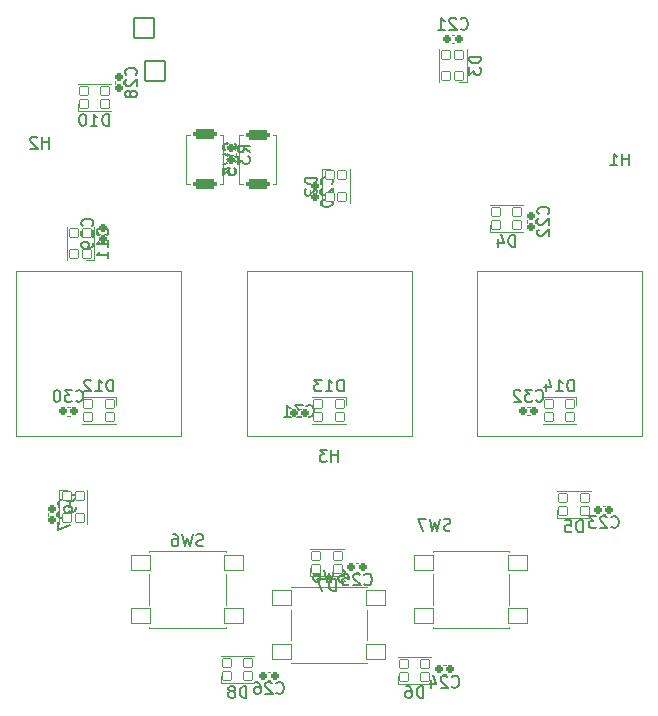
<source format=gbr>
%TF.GenerationSoftware,KiCad,Pcbnew,(7.0.0-0)*%
%TF.CreationDate,2023-03-25T22:40:13-05:00*%
%TF.ProjectId,RP2040_minimal,52503230-3430-45f6-9d69-6e696d616c2e,REV1*%
%TF.SameCoordinates,Original*%
%TF.FileFunction,Legend,Bot*%
%TF.FilePolarity,Positive*%
%FSLAX46Y46*%
G04 Gerber Fmt 4.6, Leading zero omitted, Abs format (unit mm)*
G04 Created by KiCad (PCBNEW (7.0.0-0)) date 2023-03-25 22:40:13*
%MOMM*%
%LPD*%
G01*
G04 APERTURE LIST*
G04 Aperture macros list*
%AMRoundRect*
0 Rectangle with rounded corners*
0 $1 Rounding radius*
0 $2 $3 $4 $5 $6 $7 $8 $9 X,Y pos of 4 corners*
0 Add a 4 corners polygon primitive as box body*
4,1,4,$2,$3,$4,$5,$6,$7,$8,$9,$2,$3,0*
0 Add four circle primitives for the rounded corners*
1,1,$1+$1,$2,$3*
1,1,$1+$1,$4,$5*
1,1,$1+$1,$6,$7*
1,1,$1+$1,$8,$9*
0 Add four rect primitives between the rounded corners*
20,1,$1+$1,$2,$3,$4,$5,0*
20,1,$1+$1,$4,$5,$6,$7,0*
20,1,$1+$1,$6,$7,$8,$9,0*
20,1,$1+$1,$8,$9,$2,$3,0*%
G04 Aperture macros list end*
%ADD10C,0.150000*%
%ADD11C,0.120000*%
%ADD12O,1.102000X1.902000*%
%ADD13O,1.102000X2.302000*%
%ADD14C,1.002000*%
%ADD15RoundRect,0.051000X0.850000X-0.850000X0.850000X0.850000X-0.850000X0.850000X-0.850000X-0.850000X0*%
%ADD16O,1.802000X1.802000*%
%ADD17RoundRect,0.191000X0.170000X-0.140000X0.170000X0.140000X-0.170000X0.140000X-0.170000X-0.140000X0*%
%ADD18RoundRect,0.051000X0.350000X0.350000X-0.350000X0.350000X-0.350000X-0.350000X0.350000X-0.350000X0*%
%ADD19RoundRect,0.191000X0.140000X0.170000X-0.140000X0.170000X-0.140000X-0.170000X0.140000X-0.170000X0*%
%ADD20RoundRect,0.051000X0.775000X0.650000X-0.775000X0.650000X-0.775000X-0.650000X0.775000X-0.650000X0*%
%ADD21RoundRect,0.191000X-0.140000X-0.170000X0.140000X-0.170000X0.140000X0.170000X-0.140000X0.170000X0*%
%ADD22C,3.302000*%
%ADD23RoundRect,0.191000X-0.170000X0.140000X-0.170000X-0.140000X0.170000X-0.140000X0.170000X0.140000X0*%
%ADD24RoundRect,0.051000X0.350000X-0.350000X0.350000X0.350000X-0.350000X0.350000X-0.350000X-0.350000X0*%
%ADD25C,1.802000*%
%ADD26RoundRect,0.051000X-0.350000X-0.350000X0.350000X-0.350000X0.350000X0.350000X-0.350000X0.350000X0*%
%ADD27RoundRect,0.051000X-0.350000X0.350000X-0.350000X-0.350000X0.350000X-0.350000X0.350000X0.350000X0*%
%ADD28RoundRect,0.186000X0.185000X-0.135000X0.185000X0.135000X-0.185000X0.135000X-0.185000X-0.135000X0*%
%ADD29RoundRect,0.251000X-0.800000X0.200000X-0.800000X-0.200000X0.800000X-0.200000X0.800000X0.200000X0*%
%ADD30RoundRect,0.251000X0.800000X-0.200000X0.800000X0.200000X-0.800000X0.200000X-0.800000X-0.200000X0*%
G04 APERTURE END LIST*
D10*
%TO.C,C28*%
X-16377858Y23582858D02*
X-16330239Y23630477D01*
X-16330239Y23630477D02*
X-16282620Y23773334D01*
X-16282620Y23773334D02*
X-16282620Y23868572D01*
X-16282620Y23868572D02*
X-16330239Y24011429D01*
X-16330239Y24011429D02*
X-16425477Y24106667D01*
X-16425477Y24106667D02*
X-16520715Y24154286D01*
X-16520715Y24154286D02*
X-16711191Y24201905D01*
X-16711191Y24201905D02*
X-16854048Y24201905D01*
X-16854048Y24201905D02*
X-17044524Y24154286D01*
X-17044524Y24154286D02*
X-17139762Y24106667D01*
X-17139762Y24106667D02*
X-17235000Y24011429D01*
X-17235000Y24011429D02*
X-17282620Y23868572D01*
X-17282620Y23868572D02*
X-17282620Y23773334D01*
X-17282620Y23773334D02*
X-17235000Y23630477D01*
X-17235000Y23630477D02*
X-17187381Y23582858D01*
X-17187381Y23201905D02*
X-17235000Y23154286D01*
X-17235000Y23154286D02*
X-17282620Y23059048D01*
X-17282620Y23059048D02*
X-17282620Y22820953D01*
X-17282620Y22820953D02*
X-17235000Y22725715D01*
X-17235000Y22725715D02*
X-17187381Y22678096D01*
X-17187381Y22678096D02*
X-17092143Y22630477D01*
X-17092143Y22630477D02*
X-16996905Y22630477D01*
X-16996905Y22630477D02*
X-16854048Y22678096D01*
X-16854048Y22678096D02*
X-16282620Y23249524D01*
X-16282620Y23249524D02*
X-16282620Y22630477D01*
X-16854048Y22059048D02*
X-16901667Y22154286D01*
X-16901667Y22154286D02*
X-16949286Y22201905D01*
X-16949286Y22201905D02*
X-17044524Y22249524D01*
X-17044524Y22249524D02*
X-17092143Y22249524D01*
X-17092143Y22249524D02*
X-17187381Y22201905D01*
X-17187381Y22201905D02*
X-17235000Y22154286D01*
X-17235000Y22154286D02*
X-17282620Y22059048D01*
X-17282620Y22059048D02*
X-17282620Y21868572D01*
X-17282620Y21868572D02*
X-17235000Y21773334D01*
X-17235000Y21773334D02*
X-17187381Y21725715D01*
X-17187381Y21725715D02*
X-17092143Y21678096D01*
X-17092143Y21678096D02*
X-17044524Y21678096D01*
X-17044524Y21678096D02*
X-16949286Y21725715D01*
X-16949286Y21725715D02*
X-16901667Y21773334D01*
X-16901667Y21773334D02*
X-16854048Y21868572D01*
X-16854048Y21868572D02*
X-16854048Y22059048D01*
X-16854048Y22059048D02*
X-16806429Y22154286D01*
X-16806429Y22154286D02*
X-16758810Y22201905D01*
X-16758810Y22201905D02*
X-16663572Y22249524D01*
X-16663572Y22249524D02*
X-16473096Y22249524D01*
X-16473096Y22249524D02*
X-16377858Y22201905D01*
X-16377858Y22201905D02*
X-16330239Y22154286D01*
X-16330239Y22154286D02*
X-16282620Y22059048D01*
X-16282620Y22059048D02*
X-16282620Y21868572D01*
X-16282620Y21868572D02*
X-16330239Y21773334D01*
X-16330239Y21773334D02*
X-16377858Y21725715D01*
X-16377858Y21725715D02*
X-16473096Y21678096D01*
X-16473096Y21678096D02*
X-16663572Y21678096D01*
X-16663572Y21678096D02*
X-16758810Y21725715D01*
X-16758810Y21725715D02*
X-16806429Y21773334D01*
X-16806429Y21773334D02*
X-16854048Y21868572D01*
%TO.C,D14*%
X20714285Y-3217380D02*
X20714285Y-2217380D01*
X20714285Y-2217380D02*
X20476190Y-2217380D01*
X20476190Y-2217380D02*
X20333333Y-2265000D01*
X20333333Y-2265000D02*
X20238095Y-2360238D01*
X20238095Y-2360238D02*
X20190476Y-2455476D01*
X20190476Y-2455476D02*
X20142857Y-2645952D01*
X20142857Y-2645952D02*
X20142857Y-2788809D01*
X20142857Y-2788809D02*
X20190476Y-2979285D01*
X20190476Y-2979285D02*
X20238095Y-3074523D01*
X20238095Y-3074523D02*
X20333333Y-3169761D01*
X20333333Y-3169761D02*
X20476190Y-3217380D01*
X20476190Y-3217380D02*
X20714285Y-3217380D01*
X19190476Y-3217380D02*
X19761904Y-3217380D01*
X19476190Y-3217380D02*
X19476190Y-2217380D01*
X19476190Y-2217380D02*
X19571428Y-2360238D01*
X19571428Y-2360238D02*
X19666666Y-2455476D01*
X19666666Y-2455476D02*
X19761904Y-2503095D01*
X18333333Y-2550714D02*
X18333333Y-3217380D01*
X18571428Y-2169761D02*
X18809523Y-2884047D01*
X18809523Y-2884047D02*
X18190476Y-2884047D01*
%TO.C,C32*%
X17522857Y-3982142D02*
X17570476Y-4029761D01*
X17570476Y-4029761D02*
X17713333Y-4077380D01*
X17713333Y-4077380D02*
X17808571Y-4077380D01*
X17808571Y-4077380D02*
X17951428Y-4029761D01*
X17951428Y-4029761D02*
X18046666Y-3934523D01*
X18046666Y-3934523D02*
X18094285Y-3839285D01*
X18094285Y-3839285D02*
X18141904Y-3648809D01*
X18141904Y-3648809D02*
X18141904Y-3505952D01*
X18141904Y-3505952D02*
X18094285Y-3315476D01*
X18094285Y-3315476D02*
X18046666Y-3220238D01*
X18046666Y-3220238D02*
X17951428Y-3125000D01*
X17951428Y-3125000D02*
X17808571Y-3077380D01*
X17808571Y-3077380D02*
X17713333Y-3077380D01*
X17713333Y-3077380D02*
X17570476Y-3125000D01*
X17570476Y-3125000D02*
X17522857Y-3172619D01*
X17189523Y-3077380D02*
X16570476Y-3077380D01*
X16570476Y-3077380D02*
X16903809Y-3458333D01*
X16903809Y-3458333D02*
X16760952Y-3458333D01*
X16760952Y-3458333D02*
X16665714Y-3505952D01*
X16665714Y-3505952D02*
X16618095Y-3553571D01*
X16618095Y-3553571D02*
X16570476Y-3648809D01*
X16570476Y-3648809D02*
X16570476Y-3886904D01*
X16570476Y-3886904D02*
X16618095Y-3982142D01*
X16618095Y-3982142D02*
X16665714Y-4029761D01*
X16665714Y-4029761D02*
X16760952Y-4077380D01*
X16760952Y-4077380D02*
X17046666Y-4077380D01*
X17046666Y-4077380D02*
X17141904Y-4029761D01*
X17141904Y-4029761D02*
X17189523Y-3982142D01*
X16189523Y-3172619D02*
X16141904Y-3125000D01*
X16141904Y-3125000D02*
X16046666Y-3077380D01*
X16046666Y-3077380D02*
X15808571Y-3077380D01*
X15808571Y-3077380D02*
X15713333Y-3125000D01*
X15713333Y-3125000D02*
X15665714Y-3172619D01*
X15665714Y-3172619D02*
X15618095Y-3267857D01*
X15618095Y-3267857D02*
X15618095Y-3363095D01*
X15618095Y-3363095D02*
X15665714Y-3505952D01*
X15665714Y-3505952D02*
X16237142Y-4077380D01*
X16237142Y-4077380D02*
X15618095Y-4077380D01*
%TO.C,SW7*%
X10262332Y-14955761D02*
X10119475Y-15003380D01*
X10119475Y-15003380D02*
X9881380Y-15003380D01*
X9881380Y-15003380D02*
X9786142Y-14955761D01*
X9786142Y-14955761D02*
X9738523Y-14908142D01*
X9738523Y-14908142D02*
X9690904Y-14812904D01*
X9690904Y-14812904D02*
X9690904Y-14717666D01*
X9690904Y-14717666D02*
X9738523Y-14622428D01*
X9738523Y-14622428D02*
X9786142Y-14574809D01*
X9786142Y-14574809D02*
X9881380Y-14527190D01*
X9881380Y-14527190D02*
X10071856Y-14479571D01*
X10071856Y-14479571D02*
X10167094Y-14431952D01*
X10167094Y-14431952D02*
X10214713Y-14384333D01*
X10214713Y-14384333D02*
X10262332Y-14289095D01*
X10262332Y-14289095D02*
X10262332Y-14193857D01*
X10262332Y-14193857D02*
X10214713Y-14098619D01*
X10214713Y-14098619D02*
X10167094Y-14051000D01*
X10167094Y-14051000D02*
X10071856Y-14003380D01*
X10071856Y-14003380D02*
X9833761Y-14003380D01*
X9833761Y-14003380D02*
X9690904Y-14051000D01*
X9357570Y-14003380D02*
X9119475Y-15003380D01*
X9119475Y-15003380D02*
X8928999Y-14289095D01*
X8928999Y-14289095D02*
X8738523Y-15003380D01*
X8738523Y-15003380D02*
X8500428Y-14003380D01*
X8214713Y-14003380D02*
X7548047Y-14003380D01*
X7548047Y-14003380D02*
X7976618Y-15003380D01*
%TO.C,C25*%
X2984857Y-19542142D02*
X3032476Y-19589761D01*
X3032476Y-19589761D02*
X3175333Y-19637380D01*
X3175333Y-19637380D02*
X3270571Y-19637380D01*
X3270571Y-19637380D02*
X3413428Y-19589761D01*
X3413428Y-19589761D02*
X3508666Y-19494523D01*
X3508666Y-19494523D02*
X3556285Y-19399285D01*
X3556285Y-19399285D02*
X3603904Y-19208809D01*
X3603904Y-19208809D02*
X3603904Y-19065952D01*
X3603904Y-19065952D02*
X3556285Y-18875476D01*
X3556285Y-18875476D02*
X3508666Y-18780238D01*
X3508666Y-18780238D02*
X3413428Y-18685000D01*
X3413428Y-18685000D02*
X3270571Y-18637380D01*
X3270571Y-18637380D02*
X3175333Y-18637380D01*
X3175333Y-18637380D02*
X3032476Y-18685000D01*
X3032476Y-18685000D02*
X2984857Y-18732619D01*
X2603904Y-18732619D02*
X2556285Y-18685000D01*
X2556285Y-18685000D02*
X2461047Y-18637380D01*
X2461047Y-18637380D02*
X2222952Y-18637380D01*
X2222952Y-18637380D02*
X2127714Y-18685000D01*
X2127714Y-18685000D02*
X2080095Y-18732619D01*
X2080095Y-18732619D02*
X2032476Y-18827857D01*
X2032476Y-18827857D02*
X2032476Y-18923095D01*
X2032476Y-18923095D02*
X2080095Y-19065952D01*
X2080095Y-19065952D02*
X2651523Y-19637380D01*
X2651523Y-19637380D02*
X2032476Y-19637380D01*
X1127714Y-18637380D02*
X1603904Y-18637380D01*
X1603904Y-18637380D02*
X1651523Y-19113571D01*
X1651523Y-19113571D02*
X1603904Y-19065952D01*
X1603904Y-19065952D02*
X1508666Y-19018333D01*
X1508666Y-19018333D02*
X1270571Y-19018333D01*
X1270571Y-19018333D02*
X1175333Y-19065952D01*
X1175333Y-19065952D02*
X1127714Y-19113571D01*
X1127714Y-19113571D02*
X1080095Y-19208809D01*
X1080095Y-19208809D02*
X1080095Y-19446904D01*
X1080095Y-19446904D02*
X1127714Y-19542142D01*
X1127714Y-19542142D02*
X1175333Y-19589761D01*
X1175333Y-19589761D02*
X1270571Y-19637380D01*
X1270571Y-19637380D02*
X1508666Y-19637380D01*
X1508666Y-19637380D02*
X1603904Y-19589761D01*
X1603904Y-19589761D02*
X1651523Y-19542142D01*
%TO.C,C27*%
X-22027858Y-12977142D02*
X-21980239Y-12929523D01*
X-21980239Y-12929523D02*
X-21932620Y-12786666D01*
X-21932620Y-12786666D02*
X-21932620Y-12691428D01*
X-21932620Y-12691428D02*
X-21980239Y-12548571D01*
X-21980239Y-12548571D02*
X-22075477Y-12453333D01*
X-22075477Y-12453333D02*
X-22170715Y-12405714D01*
X-22170715Y-12405714D02*
X-22361191Y-12358095D01*
X-22361191Y-12358095D02*
X-22504048Y-12358095D01*
X-22504048Y-12358095D02*
X-22694524Y-12405714D01*
X-22694524Y-12405714D02*
X-22789762Y-12453333D01*
X-22789762Y-12453333D02*
X-22885000Y-12548571D01*
X-22885000Y-12548571D02*
X-22932620Y-12691428D01*
X-22932620Y-12691428D02*
X-22932620Y-12786666D01*
X-22932620Y-12786666D02*
X-22885000Y-12929523D01*
X-22885000Y-12929523D02*
X-22837381Y-12977142D01*
X-22837381Y-13358095D02*
X-22885000Y-13405714D01*
X-22885000Y-13405714D02*
X-22932620Y-13500952D01*
X-22932620Y-13500952D02*
X-22932620Y-13739047D01*
X-22932620Y-13739047D02*
X-22885000Y-13834285D01*
X-22885000Y-13834285D02*
X-22837381Y-13881904D01*
X-22837381Y-13881904D02*
X-22742143Y-13929523D01*
X-22742143Y-13929523D02*
X-22646905Y-13929523D01*
X-22646905Y-13929523D02*
X-22504048Y-13881904D01*
X-22504048Y-13881904D02*
X-21932620Y-13310476D01*
X-21932620Y-13310476D02*
X-21932620Y-13929523D01*
X-22932620Y-14262857D02*
X-22932620Y-14929523D01*
X-22932620Y-14929523D02*
X-21932620Y-14500952D01*
%TO.C,H3*%
X761904Y-9167380D02*
X761904Y-8167380D01*
X761904Y-8643571D02*
X190476Y-8643571D01*
X190476Y-9167380D02*
X190476Y-8167380D01*
X-190477Y-8167380D02*
X-809524Y-8167380D01*
X-809524Y-8167380D02*
X-476191Y-8548333D01*
X-476191Y-8548333D02*
X-619048Y-8548333D01*
X-619048Y-8548333D02*
X-714286Y-8595952D01*
X-714286Y-8595952D02*
X-761905Y-8643571D01*
X-761905Y-8643571D02*
X-809524Y-8738809D01*
X-809524Y-8738809D02*
X-809524Y-8976904D01*
X-809524Y-8976904D02*
X-761905Y-9072142D01*
X-761905Y-9072142D02*
X-714286Y-9119761D01*
X-714286Y-9119761D02*
X-619048Y-9167380D01*
X-619048Y-9167380D02*
X-333334Y-9167380D01*
X-333334Y-9167380D02*
X-238096Y-9119761D01*
X-238096Y-9119761D02*
X-190477Y-9072142D01*
%TO.C,C29*%
X-20077858Y10782858D02*
X-20030239Y10830477D01*
X-20030239Y10830477D02*
X-19982620Y10973334D01*
X-19982620Y10973334D02*
X-19982620Y11068572D01*
X-19982620Y11068572D02*
X-20030239Y11211429D01*
X-20030239Y11211429D02*
X-20125477Y11306667D01*
X-20125477Y11306667D02*
X-20220715Y11354286D01*
X-20220715Y11354286D02*
X-20411191Y11401905D01*
X-20411191Y11401905D02*
X-20554048Y11401905D01*
X-20554048Y11401905D02*
X-20744524Y11354286D01*
X-20744524Y11354286D02*
X-20839762Y11306667D01*
X-20839762Y11306667D02*
X-20935000Y11211429D01*
X-20935000Y11211429D02*
X-20982620Y11068572D01*
X-20982620Y11068572D02*
X-20982620Y10973334D01*
X-20982620Y10973334D02*
X-20935000Y10830477D01*
X-20935000Y10830477D02*
X-20887381Y10782858D01*
X-20887381Y10401905D02*
X-20935000Y10354286D01*
X-20935000Y10354286D02*
X-20982620Y10259048D01*
X-20982620Y10259048D02*
X-20982620Y10020953D01*
X-20982620Y10020953D02*
X-20935000Y9925715D01*
X-20935000Y9925715D02*
X-20887381Y9878096D01*
X-20887381Y9878096D02*
X-20792143Y9830477D01*
X-20792143Y9830477D02*
X-20696905Y9830477D01*
X-20696905Y9830477D02*
X-20554048Y9878096D01*
X-20554048Y9878096D02*
X-19982620Y10449524D01*
X-19982620Y10449524D02*
X-19982620Y9830477D01*
X-19982620Y9354286D02*
X-19982620Y9163810D01*
X-19982620Y9163810D02*
X-20030239Y9068572D01*
X-20030239Y9068572D02*
X-20077858Y9020953D01*
X-20077858Y9020953D02*
X-20220715Y8925715D01*
X-20220715Y8925715D02*
X-20411191Y8878096D01*
X-20411191Y8878096D02*
X-20792143Y8878096D01*
X-20792143Y8878096D02*
X-20887381Y8925715D01*
X-20887381Y8925715D02*
X-20935000Y8973334D01*
X-20935000Y8973334D02*
X-20982620Y9068572D01*
X-20982620Y9068572D02*
X-20982620Y9259048D01*
X-20982620Y9259048D02*
X-20935000Y9354286D01*
X-20935000Y9354286D02*
X-20887381Y9401905D01*
X-20887381Y9401905D02*
X-20792143Y9449524D01*
X-20792143Y9449524D02*
X-20554048Y9449524D01*
X-20554048Y9449524D02*
X-20458810Y9401905D01*
X-20458810Y9401905D02*
X-20411191Y9354286D01*
X-20411191Y9354286D02*
X-20363572Y9259048D01*
X-20363572Y9259048D02*
X-20363572Y9068572D01*
X-20363572Y9068572D02*
X-20411191Y8973334D01*
X-20411191Y8973334D02*
X-20458810Y8925715D01*
X-20458810Y8925715D02*
X-20554048Y8878096D01*
%TO.C,SW6*%
X-10666668Y-16269761D02*
X-10809525Y-16317380D01*
X-10809525Y-16317380D02*
X-11047620Y-16317380D01*
X-11047620Y-16317380D02*
X-11142858Y-16269761D01*
X-11142858Y-16269761D02*
X-11190477Y-16222142D01*
X-11190477Y-16222142D02*
X-11238096Y-16126904D01*
X-11238096Y-16126904D02*
X-11238096Y-16031666D01*
X-11238096Y-16031666D02*
X-11190477Y-15936428D01*
X-11190477Y-15936428D02*
X-11142858Y-15888809D01*
X-11142858Y-15888809D02*
X-11047620Y-15841190D01*
X-11047620Y-15841190D02*
X-10857144Y-15793571D01*
X-10857144Y-15793571D02*
X-10761906Y-15745952D01*
X-10761906Y-15745952D02*
X-10714287Y-15698333D01*
X-10714287Y-15698333D02*
X-10666668Y-15603095D01*
X-10666668Y-15603095D02*
X-10666668Y-15507857D01*
X-10666668Y-15507857D02*
X-10714287Y-15412619D01*
X-10714287Y-15412619D02*
X-10761906Y-15365000D01*
X-10761906Y-15365000D02*
X-10857144Y-15317380D01*
X-10857144Y-15317380D02*
X-11095239Y-15317380D01*
X-11095239Y-15317380D02*
X-11238096Y-15365000D01*
X-11571430Y-15317380D02*
X-11809525Y-16317380D01*
X-11809525Y-16317380D02*
X-12000001Y-15603095D01*
X-12000001Y-15603095D02*
X-12190477Y-16317380D01*
X-12190477Y-16317380D02*
X-12428572Y-15317380D01*
X-13238096Y-15317380D02*
X-13047620Y-15317380D01*
X-13047620Y-15317380D02*
X-12952382Y-15365000D01*
X-12952382Y-15365000D02*
X-12904763Y-15412619D01*
X-12904763Y-15412619D02*
X-12809525Y-15555476D01*
X-12809525Y-15555476D02*
X-12761906Y-15745952D01*
X-12761906Y-15745952D02*
X-12761906Y-16126904D01*
X-12761906Y-16126904D02*
X-12809525Y-16222142D01*
X-12809525Y-16222142D02*
X-12857144Y-16269761D01*
X-12857144Y-16269761D02*
X-12952382Y-16317380D01*
X-12952382Y-16317380D02*
X-13142858Y-16317380D01*
X-13142858Y-16317380D02*
X-13238096Y-16269761D01*
X-13238096Y-16269761D02*
X-13285715Y-16222142D01*
X-13285715Y-16222142D02*
X-13333334Y-16126904D01*
X-13333334Y-16126904D02*
X-13333334Y-15888809D01*
X-13333334Y-15888809D02*
X-13285715Y-15793571D01*
X-13285715Y-15793571D02*
X-13238096Y-15745952D01*
X-13238096Y-15745952D02*
X-13142858Y-15698333D01*
X-13142858Y-15698333D02*
X-12952382Y-15698333D01*
X-12952382Y-15698333D02*
X-12857144Y-15745952D01*
X-12857144Y-15745952D02*
X-12809525Y-15793571D01*
X-12809525Y-15793571D02*
X-12761906Y-15888809D01*
%TO.C,D3*%
X12847380Y25118095D02*
X11847380Y25118095D01*
X11847380Y25118095D02*
X11847380Y24880000D01*
X11847380Y24880000D02*
X11895000Y24737143D01*
X11895000Y24737143D02*
X11990238Y24641905D01*
X11990238Y24641905D02*
X12085476Y24594286D01*
X12085476Y24594286D02*
X12275952Y24546667D01*
X12275952Y24546667D02*
X12418809Y24546667D01*
X12418809Y24546667D02*
X12609285Y24594286D01*
X12609285Y24594286D02*
X12704523Y24641905D01*
X12704523Y24641905D02*
X12799761Y24737143D01*
X12799761Y24737143D02*
X12847380Y24880000D01*
X12847380Y24880000D02*
X12847380Y25118095D01*
X11847380Y24213333D02*
X11847380Y23594286D01*
X11847380Y23594286D02*
X12228333Y23927619D01*
X12228333Y23927619D02*
X12228333Y23784762D01*
X12228333Y23784762D02*
X12275952Y23689524D01*
X12275952Y23689524D02*
X12323571Y23641905D01*
X12323571Y23641905D02*
X12418809Y23594286D01*
X12418809Y23594286D02*
X12656904Y23594286D01*
X12656904Y23594286D02*
X12752142Y23641905D01*
X12752142Y23641905D02*
X12799761Y23689524D01*
X12799761Y23689524D02*
X12847380Y23784762D01*
X12847380Y23784762D02*
X12847380Y24070476D01*
X12847380Y24070476D02*
X12799761Y24165714D01*
X12799761Y24165714D02*
X12752142Y24213333D01*
%TO.C,C20*%
X202142Y14332858D02*
X249761Y14380477D01*
X249761Y14380477D02*
X297380Y14523334D01*
X297380Y14523334D02*
X297380Y14618572D01*
X297380Y14618572D02*
X249761Y14761429D01*
X249761Y14761429D02*
X154523Y14856667D01*
X154523Y14856667D02*
X59285Y14904286D01*
X59285Y14904286D02*
X-131191Y14951905D01*
X-131191Y14951905D02*
X-274048Y14951905D01*
X-274048Y14951905D02*
X-464524Y14904286D01*
X-464524Y14904286D02*
X-559762Y14856667D01*
X-559762Y14856667D02*
X-655000Y14761429D01*
X-655000Y14761429D02*
X-702620Y14618572D01*
X-702620Y14618572D02*
X-702620Y14523334D01*
X-702620Y14523334D02*
X-655000Y14380477D01*
X-655000Y14380477D02*
X-607381Y14332858D01*
X-607381Y13951905D02*
X-655000Y13904286D01*
X-655000Y13904286D02*
X-702620Y13809048D01*
X-702620Y13809048D02*
X-702620Y13570953D01*
X-702620Y13570953D02*
X-655000Y13475715D01*
X-655000Y13475715D02*
X-607381Y13428096D01*
X-607381Y13428096D02*
X-512143Y13380477D01*
X-512143Y13380477D02*
X-416905Y13380477D01*
X-416905Y13380477D02*
X-274048Y13428096D01*
X-274048Y13428096D02*
X297380Y13999524D01*
X297380Y13999524D02*
X297380Y13380477D01*
X-702620Y12761429D02*
X-702620Y12666191D01*
X-702620Y12666191D02*
X-655000Y12570953D01*
X-655000Y12570953D02*
X-607381Y12523334D01*
X-607381Y12523334D02*
X-512143Y12475715D01*
X-512143Y12475715D02*
X-321667Y12428096D01*
X-321667Y12428096D02*
X-83572Y12428096D01*
X-83572Y12428096D02*
X106904Y12475715D01*
X106904Y12475715D02*
X202142Y12523334D01*
X202142Y12523334D02*
X249761Y12570953D01*
X249761Y12570953D02*
X297380Y12666191D01*
X297380Y12666191D02*
X297380Y12761429D01*
X297380Y12761429D02*
X249761Y12856667D01*
X249761Y12856667D02*
X202142Y12904286D01*
X202142Y12904286D02*
X106904Y12951905D01*
X106904Y12951905D02*
X-83572Y12999524D01*
X-83572Y12999524D02*
X-321667Y12999524D01*
X-321667Y12999524D02*
X-512143Y12951905D01*
X-512143Y12951905D02*
X-607381Y12904286D01*
X-607381Y12904286D02*
X-655000Y12856667D01*
X-655000Y12856667D02*
X-702620Y12761429D01*
%TO.C,C31*%
X-1927143Y-5282142D02*
X-1879524Y-5329761D01*
X-1879524Y-5329761D02*
X-1736667Y-5377380D01*
X-1736667Y-5377380D02*
X-1641429Y-5377380D01*
X-1641429Y-5377380D02*
X-1498572Y-5329761D01*
X-1498572Y-5329761D02*
X-1403334Y-5234523D01*
X-1403334Y-5234523D02*
X-1355715Y-5139285D01*
X-1355715Y-5139285D02*
X-1308096Y-4948809D01*
X-1308096Y-4948809D02*
X-1308096Y-4805952D01*
X-1308096Y-4805952D02*
X-1355715Y-4615476D01*
X-1355715Y-4615476D02*
X-1403334Y-4520238D01*
X-1403334Y-4520238D02*
X-1498572Y-4425000D01*
X-1498572Y-4425000D02*
X-1641429Y-4377380D01*
X-1641429Y-4377380D02*
X-1736667Y-4377380D01*
X-1736667Y-4377380D02*
X-1879524Y-4425000D01*
X-1879524Y-4425000D02*
X-1927143Y-4472619D01*
X-2260477Y-4377380D02*
X-2879524Y-4377380D01*
X-2879524Y-4377380D02*
X-2546191Y-4758333D01*
X-2546191Y-4758333D02*
X-2689048Y-4758333D01*
X-2689048Y-4758333D02*
X-2784286Y-4805952D01*
X-2784286Y-4805952D02*
X-2831905Y-4853571D01*
X-2831905Y-4853571D02*
X-2879524Y-4948809D01*
X-2879524Y-4948809D02*
X-2879524Y-5186904D01*
X-2879524Y-5186904D02*
X-2831905Y-5282142D01*
X-2831905Y-5282142D02*
X-2784286Y-5329761D01*
X-2784286Y-5329761D02*
X-2689048Y-5377380D01*
X-2689048Y-5377380D02*
X-2403334Y-5377380D01*
X-2403334Y-5377380D02*
X-2308096Y-5329761D01*
X-2308096Y-5329761D02*
X-2260477Y-5282142D01*
X-3831905Y-5377380D02*
X-3260477Y-5377380D01*
X-3546191Y-5377380D02*
X-3546191Y-4377380D01*
X-3546191Y-4377380D02*
X-3450953Y-4520238D01*
X-3450953Y-4520238D02*
X-3355715Y-4615476D01*
X-3355715Y-4615476D02*
X-3260477Y-4663095D01*
%TO.C,C21*%
X11122857Y27497858D02*
X11170476Y27450239D01*
X11170476Y27450239D02*
X11313333Y27402620D01*
X11313333Y27402620D02*
X11408571Y27402620D01*
X11408571Y27402620D02*
X11551428Y27450239D01*
X11551428Y27450239D02*
X11646666Y27545477D01*
X11646666Y27545477D02*
X11694285Y27640715D01*
X11694285Y27640715D02*
X11741904Y27831191D01*
X11741904Y27831191D02*
X11741904Y27974048D01*
X11741904Y27974048D02*
X11694285Y28164524D01*
X11694285Y28164524D02*
X11646666Y28259762D01*
X11646666Y28259762D02*
X11551428Y28355000D01*
X11551428Y28355000D02*
X11408571Y28402620D01*
X11408571Y28402620D02*
X11313333Y28402620D01*
X11313333Y28402620D02*
X11170476Y28355000D01*
X11170476Y28355000D02*
X11122857Y28307381D01*
X10741904Y28307381D02*
X10694285Y28355000D01*
X10694285Y28355000D02*
X10599047Y28402620D01*
X10599047Y28402620D02*
X10360952Y28402620D01*
X10360952Y28402620D02*
X10265714Y28355000D01*
X10265714Y28355000D02*
X10218095Y28307381D01*
X10218095Y28307381D02*
X10170476Y28212143D01*
X10170476Y28212143D02*
X10170476Y28116905D01*
X10170476Y28116905D02*
X10218095Y27974048D01*
X10218095Y27974048D02*
X10789523Y27402620D01*
X10789523Y27402620D02*
X10170476Y27402620D01*
X9218095Y27402620D02*
X9789523Y27402620D01*
X9503809Y27402620D02*
X9503809Y28402620D01*
X9503809Y28402620D02*
X9599047Y28259762D01*
X9599047Y28259762D02*
X9694285Y28164524D01*
X9694285Y28164524D02*
X9789523Y28116905D01*
%TO.C,D13*%
X1214285Y-3217380D02*
X1214285Y-2217380D01*
X1214285Y-2217380D02*
X976190Y-2217380D01*
X976190Y-2217380D02*
X833333Y-2265000D01*
X833333Y-2265000D02*
X738095Y-2360238D01*
X738095Y-2360238D02*
X690476Y-2455476D01*
X690476Y-2455476D02*
X642857Y-2645952D01*
X642857Y-2645952D02*
X642857Y-2788809D01*
X642857Y-2788809D02*
X690476Y-2979285D01*
X690476Y-2979285D02*
X738095Y-3074523D01*
X738095Y-3074523D02*
X833333Y-3169761D01*
X833333Y-3169761D02*
X976190Y-3217380D01*
X976190Y-3217380D02*
X1214285Y-3217380D01*
X-309524Y-3217380D02*
X261904Y-3217380D01*
X-23810Y-3217380D02*
X-23810Y-2217380D01*
X-23810Y-2217380D02*
X71428Y-2360238D01*
X71428Y-2360238D02*
X166666Y-2455476D01*
X166666Y-2455476D02*
X261904Y-2503095D01*
X-642858Y-2217380D02*
X-1261905Y-2217380D01*
X-1261905Y-2217380D02*
X-928572Y-2598333D01*
X-928572Y-2598333D02*
X-1071429Y-2598333D01*
X-1071429Y-2598333D02*
X-1166667Y-2645952D01*
X-1166667Y-2645952D02*
X-1214286Y-2693571D01*
X-1214286Y-2693571D02*
X-1261905Y-2788809D01*
X-1261905Y-2788809D02*
X-1261905Y-3026904D01*
X-1261905Y-3026904D02*
X-1214286Y-3122142D01*
X-1214286Y-3122142D02*
X-1166667Y-3169761D01*
X-1166667Y-3169761D02*
X-1071429Y-3217380D01*
X-1071429Y-3217380D02*
X-785715Y-3217380D01*
X-785715Y-3217380D02*
X-690477Y-3169761D01*
X-690477Y-3169761D02*
X-642858Y-3122142D01*
%TO.C,D8*%
X-7016906Y-29157380D02*
X-7016906Y-28157380D01*
X-7016906Y-28157380D02*
X-7255001Y-28157380D01*
X-7255001Y-28157380D02*
X-7397858Y-28205000D01*
X-7397858Y-28205000D02*
X-7493096Y-28300238D01*
X-7493096Y-28300238D02*
X-7540715Y-28395476D01*
X-7540715Y-28395476D02*
X-7588334Y-28585952D01*
X-7588334Y-28585952D02*
X-7588334Y-28728809D01*
X-7588334Y-28728809D02*
X-7540715Y-28919285D01*
X-7540715Y-28919285D02*
X-7493096Y-29014523D01*
X-7493096Y-29014523D02*
X-7397858Y-29109761D01*
X-7397858Y-29109761D02*
X-7255001Y-29157380D01*
X-7255001Y-29157380D02*
X-7016906Y-29157380D01*
X-8159763Y-28585952D02*
X-8064525Y-28538333D01*
X-8064525Y-28538333D02*
X-8016906Y-28490714D01*
X-8016906Y-28490714D02*
X-7969287Y-28395476D01*
X-7969287Y-28395476D02*
X-7969287Y-28347857D01*
X-7969287Y-28347857D02*
X-8016906Y-28252619D01*
X-8016906Y-28252619D02*
X-8064525Y-28205000D01*
X-8064525Y-28205000D02*
X-8159763Y-28157380D01*
X-8159763Y-28157380D02*
X-8350239Y-28157380D01*
X-8350239Y-28157380D02*
X-8445477Y-28205000D01*
X-8445477Y-28205000D02*
X-8493096Y-28252619D01*
X-8493096Y-28252619D02*
X-8540715Y-28347857D01*
X-8540715Y-28347857D02*
X-8540715Y-28395476D01*
X-8540715Y-28395476D02*
X-8493096Y-28490714D01*
X-8493096Y-28490714D02*
X-8445477Y-28538333D01*
X-8445477Y-28538333D02*
X-8350239Y-28585952D01*
X-8350239Y-28585952D02*
X-8159763Y-28585952D01*
X-8159763Y-28585952D02*
X-8064525Y-28633571D01*
X-8064525Y-28633571D02*
X-8016906Y-28681190D01*
X-8016906Y-28681190D02*
X-7969287Y-28776428D01*
X-7969287Y-28776428D02*
X-7969287Y-28966904D01*
X-7969287Y-28966904D02*
X-8016906Y-29062142D01*
X-8016906Y-29062142D02*
X-8064525Y-29109761D01*
X-8064525Y-29109761D02*
X-8159763Y-29157380D01*
X-8159763Y-29157380D02*
X-8350239Y-29157380D01*
X-8350239Y-29157380D02*
X-8445477Y-29109761D01*
X-8445477Y-29109761D02*
X-8493096Y-29062142D01*
X-8493096Y-29062142D02*
X-8540715Y-28966904D01*
X-8540715Y-28966904D02*
X-8540715Y-28776428D01*
X-8540715Y-28776428D02*
X-8493096Y-28681190D01*
X-8493096Y-28681190D02*
X-8445477Y-28633571D01*
X-8445477Y-28633571D02*
X-8350239Y-28585952D01*
%TO.C,D9*%
X-21434620Y-11965905D02*
X-22434620Y-11965905D01*
X-22434620Y-11965905D02*
X-22434620Y-12204000D01*
X-22434620Y-12204000D02*
X-22387000Y-12346857D01*
X-22387000Y-12346857D02*
X-22291762Y-12442095D01*
X-22291762Y-12442095D02*
X-22196524Y-12489714D01*
X-22196524Y-12489714D02*
X-22006048Y-12537333D01*
X-22006048Y-12537333D02*
X-21863191Y-12537333D01*
X-21863191Y-12537333D02*
X-21672715Y-12489714D01*
X-21672715Y-12489714D02*
X-21577477Y-12442095D01*
X-21577477Y-12442095D02*
X-21482239Y-12346857D01*
X-21482239Y-12346857D02*
X-21434620Y-12204000D01*
X-21434620Y-12204000D02*
X-21434620Y-11965905D01*
X-21434620Y-13013524D02*
X-21434620Y-13204000D01*
X-21434620Y-13204000D02*
X-21482239Y-13299238D01*
X-21482239Y-13299238D02*
X-21529858Y-13346857D01*
X-21529858Y-13346857D02*
X-21672715Y-13442095D01*
X-21672715Y-13442095D02*
X-21863191Y-13489714D01*
X-21863191Y-13489714D02*
X-22244143Y-13489714D01*
X-22244143Y-13489714D02*
X-22339381Y-13442095D01*
X-22339381Y-13442095D02*
X-22387000Y-13394476D01*
X-22387000Y-13394476D02*
X-22434620Y-13299238D01*
X-22434620Y-13299238D02*
X-22434620Y-13108762D01*
X-22434620Y-13108762D02*
X-22387000Y-13013524D01*
X-22387000Y-13013524D02*
X-22339381Y-12965905D01*
X-22339381Y-12965905D02*
X-22244143Y-12918286D01*
X-22244143Y-12918286D02*
X-22006048Y-12918286D01*
X-22006048Y-12918286D02*
X-21910810Y-12965905D01*
X-21910810Y-12965905D02*
X-21863191Y-13013524D01*
X-21863191Y-13013524D02*
X-21815572Y-13108762D01*
X-21815572Y-13108762D02*
X-21815572Y-13299238D01*
X-21815572Y-13299238D02*
X-21863191Y-13394476D01*
X-21863191Y-13394476D02*
X-21910810Y-13442095D01*
X-21910810Y-13442095D02*
X-22006048Y-13489714D01*
%TO.C,H2*%
X-23738096Y17332620D02*
X-23738096Y18332620D01*
X-23738096Y17856429D02*
X-24309524Y17856429D01*
X-24309524Y17332620D02*
X-24309524Y18332620D01*
X-24738096Y18237381D02*
X-24785715Y18285000D01*
X-24785715Y18285000D02*
X-24880953Y18332620D01*
X-24880953Y18332620D02*
X-25119048Y18332620D01*
X-25119048Y18332620D02*
X-25214286Y18285000D01*
X-25214286Y18285000D02*
X-25261905Y18237381D01*
X-25261905Y18237381D02*
X-25309524Y18142143D01*
X-25309524Y18142143D02*
X-25309524Y18046905D01*
X-25309524Y18046905D02*
X-25261905Y17904048D01*
X-25261905Y17904048D02*
X-24690477Y17332620D01*
X-24690477Y17332620D02*
X-25309524Y17332620D01*
%TO.C,C22*%
X18532142Y11802858D02*
X18579761Y11850477D01*
X18579761Y11850477D02*
X18627380Y11993334D01*
X18627380Y11993334D02*
X18627380Y12088572D01*
X18627380Y12088572D02*
X18579761Y12231429D01*
X18579761Y12231429D02*
X18484523Y12326667D01*
X18484523Y12326667D02*
X18389285Y12374286D01*
X18389285Y12374286D02*
X18198809Y12421905D01*
X18198809Y12421905D02*
X18055952Y12421905D01*
X18055952Y12421905D02*
X17865476Y12374286D01*
X17865476Y12374286D02*
X17770238Y12326667D01*
X17770238Y12326667D02*
X17675000Y12231429D01*
X17675000Y12231429D02*
X17627380Y12088572D01*
X17627380Y12088572D02*
X17627380Y11993334D01*
X17627380Y11993334D02*
X17675000Y11850477D01*
X17675000Y11850477D02*
X17722619Y11802858D01*
X17722619Y11421905D02*
X17675000Y11374286D01*
X17675000Y11374286D02*
X17627380Y11279048D01*
X17627380Y11279048D02*
X17627380Y11040953D01*
X17627380Y11040953D02*
X17675000Y10945715D01*
X17675000Y10945715D02*
X17722619Y10898096D01*
X17722619Y10898096D02*
X17817857Y10850477D01*
X17817857Y10850477D02*
X17913095Y10850477D01*
X17913095Y10850477D02*
X18055952Y10898096D01*
X18055952Y10898096D02*
X18627380Y11469524D01*
X18627380Y11469524D02*
X18627380Y10850477D01*
X17722619Y10469524D02*
X17675000Y10421905D01*
X17675000Y10421905D02*
X17627380Y10326667D01*
X17627380Y10326667D02*
X17627380Y10088572D01*
X17627380Y10088572D02*
X17675000Y9993334D01*
X17675000Y9993334D02*
X17722619Y9945715D01*
X17722619Y9945715D02*
X17817857Y9898096D01*
X17817857Y9898096D02*
X17913095Y9898096D01*
X17913095Y9898096D02*
X18055952Y9945715D01*
X18055952Y9945715D02*
X18627380Y10517143D01*
X18627380Y10517143D02*
X18627380Y9898096D01*
%TO.C,D11*%
X-18692620Y10519286D02*
X-19692620Y10519286D01*
X-19692620Y10519286D02*
X-19692620Y10281191D01*
X-19692620Y10281191D02*
X-19645000Y10138334D01*
X-19645000Y10138334D02*
X-19549762Y10043096D01*
X-19549762Y10043096D02*
X-19454524Y9995477D01*
X-19454524Y9995477D02*
X-19264048Y9947858D01*
X-19264048Y9947858D02*
X-19121191Y9947858D01*
X-19121191Y9947858D02*
X-18930715Y9995477D01*
X-18930715Y9995477D02*
X-18835477Y10043096D01*
X-18835477Y10043096D02*
X-18740239Y10138334D01*
X-18740239Y10138334D02*
X-18692620Y10281191D01*
X-18692620Y10281191D02*
X-18692620Y10519286D01*
X-18692620Y8995477D02*
X-18692620Y9566905D01*
X-18692620Y9281191D02*
X-19692620Y9281191D01*
X-19692620Y9281191D02*
X-19549762Y9376429D01*
X-19549762Y9376429D02*
X-19454524Y9471667D01*
X-19454524Y9471667D02*
X-19406905Y9566905D01*
X-18692620Y8043096D02*
X-18692620Y8614524D01*
X-18692620Y8328810D02*
X-19692620Y8328810D01*
X-19692620Y8328810D02*
X-19549762Y8424048D01*
X-19549762Y8424048D02*
X-19454524Y8519286D01*
X-19454524Y8519286D02*
X-19406905Y8614524D01*
%TO.C,R3*%
X-6742620Y17016667D02*
X-7218810Y17350000D01*
X-6742620Y17588095D02*
X-7742620Y17588095D01*
X-7742620Y17588095D02*
X-7742620Y17207143D01*
X-7742620Y17207143D02*
X-7695000Y17111905D01*
X-7695000Y17111905D02*
X-7647381Y17064286D01*
X-7647381Y17064286D02*
X-7552143Y17016667D01*
X-7552143Y17016667D02*
X-7409286Y17016667D01*
X-7409286Y17016667D02*
X-7314048Y17064286D01*
X-7314048Y17064286D02*
X-7266429Y17111905D01*
X-7266429Y17111905D02*
X-7218810Y17207143D01*
X-7218810Y17207143D02*
X-7218810Y17588095D01*
X-7742620Y16683333D02*
X-7742620Y16064286D01*
X-7742620Y16064286D02*
X-7361667Y16397619D01*
X-7361667Y16397619D02*
X-7361667Y16254762D01*
X-7361667Y16254762D02*
X-7314048Y16159524D01*
X-7314048Y16159524D02*
X-7266429Y16111905D01*
X-7266429Y16111905D02*
X-7171191Y16064286D01*
X-7171191Y16064286D02*
X-6933096Y16064286D01*
X-6933096Y16064286D02*
X-6837858Y16111905D01*
X-6837858Y16111905D02*
X-6790239Y16159524D01*
X-6790239Y16159524D02*
X-6742620Y16254762D01*
X-6742620Y16254762D02*
X-6742620Y16540476D01*
X-6742620Y16540476D02*
X-6790239Y16635714D01*
X-6790239Y16635714D02*
X-6837858Y16683333D01*
%TO.C,H1*%
X25371904Y15922620D02*
X25371904Y16922620D01*
X25371904Y16446429D02*
X24800476Y16446429D01*
X24800476Y15922620D02*
X24800476Y16922620D01*
X23800476Y15922620D02*
X24371904Y15922620D01*
X24086190Y15922620D02*
X24086190Y16922620D01*
X24086190Y16922620D02*
X24181428Y16779762D01*
X24181428Y16779762D02*
X24276666Y16684524D01*
X24276666Y16684524D02*
X24371904Y16636905D01*
%TO.C,D4*%
X15748094Y9042620D02*
X15748094Y10042620D01*
X15748094Y10042620D02*
X15509999Y10042620D01*
X15509999Y10042620D02*
X15367142Y9995000D01*
X15367142Y9995000D02*
X15271904Y9899762D01*
X15271904Y9899762D02*
X15224285Y9804524D01*
X15224285Y9804524D02*
X15176666Y9614048D01*
X15176666Y9614048D02*
X15176666Y9471191D01*
X15176666Y9471191D02*
X15224285Y9280715D01*
X15224285Y9280715D02*
X15271904Y9185477D01*
X15271904Y9185477D02*
X15367142Y9090239D01*
X15367142Y9090239D02*
X15509999Y9042620D01*
X15509999Y9042620D02*
X15748094Y9042620D01*
X14319523Y9709286D02*
X14319523Y9042620D01*
X14557618Y10090239D02*
X14795713Y9375953D01*
X14795713Y9375953D02*
X14176666Y9375953D01*
%TO.C,D12*%
X-18285715Y-3217380D02*
X-18285715Y-2217380D01*
X-18285715Y-2217380D02*
X-18523810Y-2217380D01*
X-18523810Y-2217380D02*
X-18666667Y-2265000D01*
X-18666667Y-2265000D02*
X-18761905Y-2360238D01*
X-18761905Y-2360238D02*
X-18809524Y-2455476D01*
X-18809524Y-2455476D02*
X-18857143Y-2645952D01*
X-18857143Y-2645952D02*
X-18857143Y-2788809D01*
X-18857143Y-2788809D02*
X-18809524Y-2979285D01*
X-18809524Y-2979285D02*
X-18761905Y-3074523D01*
X-18761905Y-3074523D02*
X-18666667Y-3169761D01*
X-18666667Y-3169761D02*
X-18523810Y-3217380D01*
X-18523810Y-3217380D02*
X-18285715Y-3217380D01*
X-19809524Y-3217380D02*
X-19238096Y-3217380D01*
X-19523810Y-3217380D02*
X-19523810Y-2217380D01*
X-19523810Y-2217380D02*
X-19428572Y-2360238D01*
X-19428572Y-2360238D02*
X-19333334Y-2455476D01*
X-19333334Y-2455476D02*
X-19238096Y-2503095D01*
X-20190477Y-2312619D02*
X-20238096Y-2265000D01*
X-20238096Y-2265000D02*
X-20333334Y-2217380D01*
X-20333334Y-2217380D02*
X-20571429Y-2217380D01*
X-20571429Y-2217380D02*
X-20666667Y-2265000D01*
X-20666667Y-2265000D02*
X-20714286Y-2312619D01*
X-20714286Y-2312619D02*
X-20761905Y-2407857D01*
X-20761905Y-2407857D02*
X-20761905Y-2503095D01*
X-20761905Y-2503095D02*
X-20714286Y-2645952D01*
X-20714286Y-2645952D02*
X-20142858Y-3217380D01*
X-20142858Y-3217380D02*
X-20761905Y-3217380D01*
%TO.C,D7*%
X548094Y-20077380D02*
X548094Y-19077380D01*
X548094Y-19077380D02*
X309999Y-19077380D01*
X309999Y-19077380D02*
X167142Y-19125000D01*
X167142Y-19125000D02*
X71904Y-19220238D01*
X71904Y-19220238D02*
X24285Y-19315476D01*
X24285Y-19315476D02*
X-23334Y-19505952D01*
X-23334Y-19505952D02*
X-23334Y-19648809D01*
X-23334Y-19648809D02*
X24285Y-19839285D01*
X24285Y-19839285D02*
X71904Y-19934523D01*
X71904Y-19934523D02*
X167142Y-20029761D01*
X167142Y-20029761D02*
X309999Y-20077380D01*
X309999Y-20077380D02*
X548094Y-20077380D01*
X-356668Y-19077380D02*
X-1023334Y-19077380D01*
X-1023334Y-19077380D02*
X-594763Y-20077380D01*
%TO.C,SW8*%
X1333332Y-19269761D02*
X1190475Y-19317380D01*
X1190475Y-19317380D02*
X952380Y-19317380D01*
X952380Y-19317380D02*
X857142Y-19269761D01*
X857142Y-19269761D02*
X809523Y-19222142D01*
X809523Y-19222142D02*
X761904Y-19126904D01*
X761904Y-19126904D02*
X761904Y-19031666D01*
X761904Y-19031666D02*
X809523Y-18936428D01*
X809523Y-18936428D02*
X857142Y-18888809D01*
X857142Y-18888809D02*
X952380Y-18841190D01*
X952380Y-18841190D02*
X1142856Y-18793571D01*
X1142856Y-18793571D02*
X1238094Y-18745952D01*
X1238094Y-18745952D02*
X1285713Y-18698333D01*
X1285713Y-18698333D02*
X1333332Y-18603095D01*
X1333332Y-18603095D02*
X1333332Y-18507857D01*
X1333332Y-18507857D02*
X1285713Y-18412619D01*
X1285713Y-18412619D02*
X1238094Y-18365000D01*
X1238094Y-18365000D02*
X1142856Y-18317380D01*
X1142856Y-18317380D02*
X904761Y-18317380D01*
X904761Y-18317380D02*
X761904Y-18365000D01*
X428570Y-18317380D02*
X190475Y-19317380D01*
X190475Y-19317380D02*
X-1Y-18603095D01*
X-1Y-18603095D02*
X-190477Y-19317380D01*
X-190477Y-19317380D02*
X-428572Y-18317380D01*
X-952382Y-18745952D02*
X-857144Y-18698333D01*
X-857144Y-18698333D02*
X-809525Y-18650714D01*
X-809525Y-18650714D02*
X-761906Y-18555476D01*
X-761906Y-18555476D02*
X-761906Y-18507857D01*
X-761906Y-18507857D02*
X-809525Y-18412619D01*
X-809525Y-18412619D02*
X-857144Y-18365000D01*
X-857144Y-18365000D02*
X-952382Y-18317380D01*
X-952382Y-18317380D02*
X-1142858Y-18317380D01*
X-1142858Y-18317380D02*
X-1238096Y-18365000D01*
X-1238096Y-18365000D02*
X-1285715Y-18412619D01*
X-1285715Y-18412619D02*
X-1333334Y-18507857D01*
X-1333334Y-18507857D02*
X-1333334Y-18555476D01*
X-1333334Y-18555476D02*
X-1285715Y-18650714D01*
X-1285715Y-18650714D02*
X-1238096Y-18698333D01*
X-1238096Y-18698333D02*
X-1142858Y-18745952D01*
X-1142858Y-18745952D02*
X-952382Y-18745952D01*
X-952382Y-18745952D02*
X-857144Y-18793571D01*
X-857144Y-18793571D02*
X-809525Y-18841190D01*
X-809525Y-18841190D02*
X-761906Y-18936428D01*
X-761906Y-18936428D02*
X-761906Y-19126904D01*
X-761906Y-19126904D02*
X-809525Y-19222142D01*
X-809525Y-19222142D02*
X-857144Y-19269761D01*
X-857144Y-19269761D02*
X-952382Y-19317380D01*
X-952382Y-19317380D02*
X-1142858Y-19317380D01*
X-1142858Y-19317380D02*
X-1238096Y-19269761D01*
X-1238096Y-19269761D02*
X-1285715Y-19222142D01*
X-1285715Y-19222142D02*
X-1333334Y-19126904D01*
X-1333334Y-19126904D02*
X-1333334Y-18936428D01*
X-1333334Y-18936428D02*
X-1285715Y-18841190D01*
X-1285715Y-18841190D02*
X-1238096Y-18793571D01*
X-1238096Y-18793571D02*
X-1142858Y-18745952D01*
%TO.C,C30*%
X-21437143Y-4012142D02*
X-21389524Y-4059761D01*
X-21389524Y-4059761D02*
X-21246667Y-4107380D01*
X-21246667Y-4107380D02*
X-21151429Y-4107380D01*
X-21151429Y-4107380D02*
X-21008572Y-4059761D01*
X-21008572Y-4059761D02*
X-20913334Y-3964523D01*
X-20913334Y-3964523D02*
X-20865715Y-3869285D01*
X-20865715Y-3869285D02*
X-20818096Y-3678809D01*
X-20818096Y-3678809D02*
X-20818096Y-3535952D01*
X-20818096Y-3535952D02*
X-20865715Y-3345476D01*
X-20865715Y-3345476D02*
X-20913334Y-3250238D01*
X-20913334Y-3250238D02*
X-21008572Y-3155000D01*
X-21008572Y-3155000D02*
X-21151429Y-3107380D01*
X-21151429Y-3107380D02*
X-21246667Y-3107380D01*
X-21246667Y-3107380D02*
X-21389524Y-3155000D01*
X-21389524Y-3155000D02*
X-21437143Y-3202619D01*
X-21770477Y-3107380D02*
X-22389524Y-3107380D01*
X-22389524Y-3107380D02*
X-22056191Y-3488333D01*
X-22056191Y-3488333D02*
X-22199048Y-3488333D01*
X-22199048Y-3488333D02*
X-22294286Y-3535952D01*
X-22294286Y-3535952D02*
X-22341905Y-3583571D01*
X-22341905Y-3583571D02*
X-22389524Y-3678809D01*
X-22389524Y-3678809D02*
X-22389524Y-3916904D01*
X-22389524Y-3916904D02*
X-22341905Y-4012142D01*
X-22341905Y-4012142D02*
X-22294286Y-4059761D01*
X-22294286Y-4059761D02*
X-22199048Y-4107380D01*
X-22199048Y-4107380D02*
X-21913334Y-4107380D01*
X-21913334Y-4107380D02*
X-21818096Y-4059761D01*
X-21818096Y-4059761D02*
X-21770477Y-4012142D01*
X-23008572Y-3107380D02*
X-23103810Y-3107380D01*
X-23103810Y-3107380D02*
X-23199048Y-3155000D01*
X-23199048Y-3155000D02*
X-23246667Y-3202619D01*
X-23246667Y-3202619D02*
X-23294286Y-3297857D01*
X-23294286Y-3297857D02*
X-23341905Y-3488333D01*
X-23341905Y-3488333D02*
X-23341905Y-3726428D01*
X-23341905Y-3726428D02*
X-23294286Y-3916904D01*
X-23294286Y-3916904D02*
X-23246667Y-4012142D01*
X-23246667Y-4012142D02*
X-23199048Y-4059761D01*
X-23199048Y-4059761D02*
X-23103810Y-4107380D01*
X-23103810Y-4107380D02*
X-23008572Y-4107380D01*
X-23008572Y-4107380D02*
X-22913334Y-4059761D01*
X-22913334Y-4059761D02*
X-22865715Y-4012142D01*
X-22865715Y-4012142D02*
X-22818096Y-3916904D01*
X-22818096Y-3916904D02*
X-22770477Y-3726428D01*
X-22770477Y-3726428D02*
X-22770477Y-3488333D01*
X-22770477Y-3488333D02*
X-22818096Y-3297857D01*
X-22818096Y-3297857D02*
X-22865715Y-3202619D01*
X-22865715Y-3202619D02*
X-22913334Y-3155000D01*
X-22913334Y-3155000D02*
X-23008572Y-3107380D01*
%TO.C,D2*%
X-1057620Y14888095D02*
X-2057620Y14888095D01*
X-2057620Y14888095D02*
X-2057620Y14650000D01*
X-2057620Y14650000D02*
X-2010000Y14507143D01*
X-2010000Y14507143D02*
X-1914762Y14411905D01*
X-1914762Y14411905D02*
X-1819524Y14364286D01*
X-1819524Y14364286D02*
X-1629048Y14316667D01*
X-1629048Y14316667D02*
X-1486191Y14316667D01*
X-1486191Y14316667D02*
X-1295715Y14364286D01*
X-1295715Y14364286D02*
X-1200477Y14411905D01*
X-1200477Y14411905D02*
X-1105239Y14507143D01*
X-1105239Y14507143D02*
X-1057620Y14650000D01*
X-1057620Y14650000D02*
X-1057620Y14888095D01*
X-1962381Y13935714D02*
X-2010000Y13888095D01*
X-2010000Y13888095D02*
X-2057620Y13792857D01*
X-2057620Y13792857D02*
X-2057620Y13554762D01*
X-2057620Y13554762D02*
X-2010000Y13459524D01*
X-2010000Y13459524D02*
X-1962381Y13411905D01*
X-1962381Y13411905D02*
X-1867143Y13364286D01*
X-1867143Y13364286D02*
X-1771905Y13364286D01*
X-1771905Y13364286D02*
X-1629048Y13411905D01*
X-1629048Y13411905D02*
X-1057620Y13983333D01*
X-1057620Y13983333D02*
X-1057620Y13364286D01*
%TO.C,D10*%
X-18665715Y19272620D02*
X-18665715Y20272620D01*
X-18665715Y20272620D02*
X-18903810Y20272620D01*
X-18903810Y20272620D02*
X-19046667Y20225000D01*
X-19046667Y20225000D02*
X-19141905Y20129762D01*
X-19141905Y20129762D02*
X-19189524Y20034524D01*
X-19189524Y20034524D02*
X-19237143Y19844048D01*
X-19237143Y19844048D02*
X-19237143Y19701191D01*
X-19237143Y19701191D02*
X-19189524Y19510715D01*
X-19189524Y19510715D02*
X-19141905Y19415477D01*
X-19141905Y19415477D02*
X-19046667Y19320239D01*
X-19046667Y19320239D02*
X-18903810Y19272620D01*
X-18903810Y19272620D02*
X-18665715Y19272620D01*
X-20189524Y19272620D02*
X-19618096Y19272620D01*
X-19903810Y19272620D02*
X-19903810Y20272620D01*
X-19903810Y20272620D02*
X-19808572Y20129762D01*
X-19808572Y20129762D02*
X-19713334Y20034524D01*
X-19713334Y20034524D02*
X-19618096Y19986905D01*
X-20808572Y20272620D02*
X-20903810Y20272620D01*
X-20903810Y20272620D02*
X-20999048Y20225000D01*
X-20999048Y20225000D02*
X-21046667Y20177381D01*
X-21046667Y20177381D02*
X-21094286Y20082143D01*
X-21094286Y20082143D02*
X-21141905Y19891667D01*
X-21141905Y19891667D02*
X-21141905Y19653572D01*
X-21141905Y19653572D02*
X-21094286Y19463096D01*
X-21094286Y19463096D02*
X-21046667Y19367858D01*
X-21046667Y19367858D02*
X-20999048Y19320239D01*
X-20999048Y19320239D02*
X-20903810Y19272620D01*
X-20903810Y19272620D02*
X-20808572Y19272620D01*
X-20808572Y19272620D02*
X-20713334Y19320239D01*
X-20713334Y19320239D02*
X-20665715Y19367858D01*
X-20665715Y19367858D02*
X-20618096Y19463096D01*
X-20618096Y19463096D02*
X-20570477Y19653572D01*
X-20570477Y19653572D02*
X-20570477Y19891667D01*
X-20570477Y19891667D02*
X-20618096Y20082143D01*
X-20618096Y20082143D02*
X-20665715Y20177381D01*
X-20665715Y20177381D02*
X-20713334Y20225000D01*
X-20713334Y20225000D02*
X-20808572Y20272620D01*
%TO.C,D6*%
X7963095Y-29182379D02*
X7963095Y-28182379D01*
X7963095Y-28182379D02*
X7725000Y-28182379D01*
X7725000Y-28182379D02*
X7582143Y-28229999D01*
X7582143Y-28229999D02*
X7486905Y-28325237D01*
X7486905Y-28325237D02*
X7439286Y-28420475D01*
X7439286Y-28420475D02*
X7391667Y-28610951D01*
X7391667Y-28610951D02*
X7391667Y-28753808D01*
X7391667Y-28753808D02*
X7439286Y-28944284D01*
X7439286Y-28944284D02*
X7486905Y-29039522D01*
X7486905Y-29039522D02*
X7582143Y-29134760D01*
X7582143Y-29134760D02*
X7725000Y-29182379D01*
X7725000Y-29182379D02*
X7963095Y-29182379D01*
X6534524Y-28182379D02*
X6725000Y-28182379D01*
X6725000Y-28182379D02*
X6820238Y-28229999D01*
X6820238Y-28229999D02*
X6867857Y-28277618D01*
X6867857Y-28277618D02*
X6963095Y-28420475D01*
X6963095Y-28420475D02*
X7010714Y-28610951D01*
X7010714Y-28610951D02*
X7010714Y-28991903D01*
X7010714Y-28991903D02*
X6963095Y-29087141D01*
X6963095Y-29087141D02*
X6915476Y-29134760D01*
X6915476Y-29134760D02*
X6820238Y-29182379D01*
X6820238Y-29182379D02*
X6629762Y-29182379D01*
X6629762Y-29182379D02*
X6534524Y-29134760D01*
X6534524Y-29134760D02*
X6486905Y-29087141D01*
X6486905Y-29087141D02*
X6439286Y-28991903D01*
X6439286Y-28991903D02*
X6439286Y-28753808D01*
X6439286Y-28753808D02*
X6486905Y-28658570D01*
X6486905Y-28658570D02*
X6534524Y-28610951D01*
X6534524Y-28610951D02*
X6629762Y-28563332D01*
X6629762Y-28563332D02*
X6820238Y-28563332D01*
X6820238Y-28563332D02*
X6915476Y-28610951D01*
X6915476Y-28610951D02*
X6963095Y-28658570D01*
X6963095Y-28658570D02*
X7010714Y-28753808D01*
%TO.C,C24*%
X10389858Y-28195141D02*
X10437477Y-28242760D01*
X10437477Y-28242760D02*
X10580334Y-28290379D01*
X10580334Y-28290379D02*
X10675572Y-28290379D01*
X10675572Y-28290379D02*
X10818429Y-28242760D01*
X10818429Y-28242760D02*
X10913667Y-28147522D01*
X10913667Y-28147522D02*
X10961286Y-28052284D01*
X10961286Y-28052284D02*
X11008905Y-27861808D01*
X11008905Y-27861808D02*
X11008905Y-27718951D01*
X11008905Y-27718951D02*
X10961286Y-27528475D01*
X10961286Y-27528475D02*
X10913667Y-27433237D01*
X10913667Y-27433237D02*
X10818429Y-27337999D01*
X10818429Y-27337999D02*
X10675572Y-27290379D01*
X10675572Y-27290379D02*
X10580334Y-27290379D01*
X10580334Y-27290379D02*
X10437477Y-27337999D01*
X10437477Y-27337999D02*
X10389858Y-27385618D01*
X10008905Y-27385618D02*
X9961286Y-27337999D01*
X9961286Y-27337999D02*
X9866048Y-27290379D01*
X9866048Y-27290379D02*
X9627953Y-27290379D01*
X9627953Y-27290379D02*
X9532715Y-27337999D01*
X9532715Y-27337999D02*
X9485096Y-27385618D01*
X9485096Y-27385618D02*
X9437477Y-27480856D01*
X9437477Y-27480856D02*
X9437477Y-27576094D01*
X9437477Y-27576094D02*
X9485096Y-27718951D01*
X9485096Y-27718951D02*
X10056524Y-28290379D01*
X10056524Y-28290379D02*
X9437477Y-28290379D01*
X8580334Y-27623713D02*
X8580334Y-28290379D01*
X8818429Y-27242760D02*
X9056524Y-27957046D01*
X9056524Y-27957046D02*
X8437477Y-27957046D01*
%TO.C,SW3*%
X-8000239Y17763333D02*
X-7952620Y17620476D01*
X-7952620Y17620476D02*
X-7952620Y17382381D01*
X-7952620Y17382381D02*
X-8000239Y17287143D01*
X-8000239Y17287143D02*
X-8047858Y17239524D01*
X-8047858Y17239524D02*
X-8143096Y17191905D01*
X-8143096Y17191905D02*
X-8238334Y17191905D01*
X-8238334Y17191905D02*
X-8333572Y17239524D01*
X-8333572Y17239524D02*
X-8381191Y17287143D01*
X-8381191Y17287143D02*
X-8428810Y17382381D01*
X-8428810Y17382381D02*
X-8476429Y17572857D01*
X-8476429Y17572857D02*
X-8524048Y17668095D01*
X-8524048Y17668095D02*
X-8571667Y17715714D01*
X-8571667Y17715714D02*
X-8666905Y17763333D01*
X-8666905Y17763333D02*
X-8762143Y17763333D01*
X-8762143Y17763333D02*
X-8857381Y17715714D01*
X-8857381Y17715714D02*
X-8905000Y17668095D01*
X-8905000Y17668095D02*
X-8952620Y17572857D01*
X-8952620Y17572857D02*
X-8952620Y17334762D01*
X-8952620Y17334762D02*
X-8905000Y17191905D01*
X-8952620Y16858571D02*
X-7952620Y16620476D01*
X-7952620Y16620476D02*
X-8666905Y16430000D01*
X-8666905Y16430000D02*
X-7952620Y16239524D01*
X-7952620Y16239524D02*
X-8952620Y16001428D01*
X-8952620Y15715714D02*
X-8952620Y15096667D01*
X-8952620Y15096667D02*
X-8571667Y15430000D01*
X-8571667Y15430000D02*
X-8571667Y15287143D01*
X-8571667Y15287143D02*
X-8524048Y15191905D01*
X-8524048Y15191905D02*
X-8476429Y15144286D01*
X-8476429Y15144286D02*
X-8381191Y15096667D01*
X-8381191Y15096667D02*
X-8143096Y15096667D01*
X-8143096Y15096667D02*
X-8047858Y15144286D01*
X-8047858Y15144286D02*
X-8000239Y15191905D01*
X-8000239Y15191905D02*
X-7952620Y15287143D01*
X-7952620Y15287143D02*
X-7952620Y15572857D01*
X-7952620Y15572857D02*
X-8000239Y15668095D01*
X-8000239Y15668095D02*
X-8047858Y15715714D01*
%TO.C,D5*%
X21448094Y-15137380D02*
X21448094Y-14137380D01*
X21448094Y-14137380D02*
X21209999Y-14137380D01*
X21209999Y-14137380D02*
X21067142Y-14185000D01*
X21067142Y-14185000D02*
X20971904Y-14280238D01*
X20971904Y-14280238D02*
X20924285Y-14375476D01*
X20924285Y-14375476D02*
X20876666Y-14565952D01*
X20876666Y-14565952D02*
X20876666Y-14708809D01*
X20876666Y-14708809D02*
X20924285Y-14899285D01*
X20924285Y-14899285D02*
X20971904Y-14994523D01*
X20971904Y-14994523D02*
X21067142Y-15089761D01*
X21067142Y-15089761D02*
X21209999Y-15137380D01*
X21209999Y-15137380D02*
X21448094Y-15137380D01*
X19971904Y-14137380D02*
X20448094Y-14137380D01*
X20448094Y-14137380D02*
X20495713Y-14613571D01*
X20495713Y-14613571D02*
X20448094Y-14565952D01*
X20448094Y-14565952D02*
X20352856Y-14518333D01*
X20352856Y-14518333D02*
X20114761Y-14518333D01*
X20114761Y-14518333D02*
X20019523Y-14565952D01*
X20019523Y-14565952D02*
X19971904Y-14613571D01*
X19971904Y-14613571D02*
X19924285Y-14708809D01*
X19924285Y-14708809D02*
X19924285Y-14946904D01*
X19924285Y-14946904D02*
X19971904Y-15042142D01*
X19971904Y-15042142D02*
X20019523Y-15089761D01*
X20019523Y-15089761D02*
X20114761Y-15137380D01*
X20114761Y-15137380D02*
X20352856Y-15137380D01*
X20352856Y-15137380D02*
X20448094Y-15089761D01*
X20448094Y-15089761D02*
X20495713Y-15042142D01*
%TO.C,C26*%
X-4467143Y-28742142D02*
X-4419524Y-28789761D01*
X-4419524Y-28789761D02*
X-4276667Y-28837380D01*
X-4276667Y-28837380D02*
X-4181429Y-28837380D01*
X-4181429Y-28837380D02*
X-4038572Y-28789761D01*
X-4038572Y-28789761D02*
X-3943334Y-28694523D01*
X-3943334Y-28694523D02*
X-3895715Y-28599285D01*
X-3895715Y-28599285D02*
X-3848096Y-28408809D01*
X-3848096Y-28408809D02*
X-3848096Y-28265952D01*
X-3848096Y-28265952D02*
X-3895715Y-28075476D01*
X-3895715Y-28075476D02*
X-3943334Y-27980238D01*
X-3943334Y-27980238D02*
X-4038572Y-27885000D01*
X-4038572Y-27885000D02*
X-4181429Y-27837380D01*
X-4181429Y-27837380D02*
X-4276667Y-27837380D01*
X-4276667Y-27837380D02*
X-4419524Y-27885000D01*
X-4419524Y-27885000D02*
X-4467143Y-27932619D01*
X-4848096Y-27932619D02*
X-4895715Y-27885000D01*
X-4895715Y-27885000D02*
X-4990953Y-27837380D01*
X-4990953Y-27837380D02*
X-5229048Y-27837380D01*
X-5229048Y-27837380D02*
X-5324286Y-27885000D01*
X-5324286Y-27885000D02*
X-5371905Y-27932619D01*
X-5371905Y-27932619D02*
X-5419524Y-28027857D01*
X-5419524Y-28027857D02*
X-5419524Y-28123095D01*
X-5419524Y-28123095D02*
X-5371905Y-28265952D01*
X-5371905Y-28265952D02*
X-4800477Y-28837380D01*
X-4800477Y-28837380D02*
X-5419524Y-28837380D01*
X-6276667Y-27837380D02*
X-6086191Y-27837380D01*
X-6086191Y-27837380D02*
X-5990953Y-27885000D01*
X-5990953Y-27885000D02*
X-5943334Y-27932619D01*
X-5943334Y-27932619D02*
X-5848096Y-28075476D01*
X-5848096Y-28075476D02*
X-5800477Y-28265952D01*
X-5800477Y-28265952D02*
X-5800477Y-28646904D01*
X-5800477Y-28646904D02*
X-5848096Y-28742142D01*
X-5848096Y-28742142D02*
X-5895715Y-28789761D01*
X-5895715Y-28789761D02*
X-5990953Y-28837380D01*
X-5990953Y-28837380D02*
X-6181429Y-28837380D01*
X-6181429Y-28837380D02*
X-6276667Y-28789761D01*
X-6276667Y-28789761D02*
X-6324286Y-28742142D01*
X-6324286Y-28742142D02*
X-6371905Y-28646904D01*
X-6371905Y-28646904D02*
X-6371905Y-28408809D01*
X-6371905Y-28408809D02*
X-6324286Y-28313571D01*
X-6324286Y-28313571D02*
X-6276667Y-28265952D01*
X-6276667Y-28265952D02*
X-6181429Y-28218333D01*
X-6181429Y-28218333D02*
X-5990953Y-28218333D01*
X-5990953Y-28218333D02*
X-5895715Y-28265952D01*
X-5895715Y-28265952D02*
X-5848096Y-28313571D01*
X-5848096Y-28313571D02*
X-5800477Y-28408809D01*
%TO.C,SW5*%
X-7950239Y17783333D02*
X-7902620Y17640476D01*
X-7902620Y17640476D02*
X-7902620Y17402381D01*
X-7902620Y17402381D02*
X-7950239Y17307143D01*
X-7950239Y17307143D02*
X-7997858Y17259524D01*
X-7997858Y17259524D02*
X-8093096Y17211905D01*
X-8093096Y17211905D02*
X-8188334Y17211905D01*
X-8188334Y17211905D02*
X-8283572Y17259524D01*
X-8283572Y17259524D02*
X-8331191Y17307143D01*
X-8331191Y17307143D02*
X-8378810Y17402381D01*
X-8378810Y17402381D02*
X-8426429Y17592857D01*
X-8426429Y17592857D02*
X-8474048Y17688095D01*
X-8474048Y17688095D02*
X-8521667Y17735714D01*
X-8521667Y17735714D02*
X-8616905Y17783333D01*
X-8616905Y17783333D02*
X-8712143Y17783333D01*
X-8712143Y17783333D02*
X-8807381Y17735714D01*
X-8807381Y17735714D02*
X-8855000Y17688095D01*
X-8855000Y17688095D02*
X-8902620Y17592857D01*
X-8902620Y17592857D02*
X-8902620Y17354762D01*
X-8902620Y17354762D02*
X-8855000Y17211905D01*
X-8902620Y16878571D02*
X-7902620Y16640476D01*
X-7902620Y16640476D02*
X-8616905Y16450000D01*
X-8616905Y16450000D02*
X-7902620Y16259524D01*
X-7902620Y16259524D02*
X-8902620Y16021428D01*
X-8902620Y15164286D02*
X-8902620Y15640476D01*
X-8902620Y15640476D02*
X-8426429Y15688095D01*
X-8426429Y15688095D02*
X-8474048Y15640476D01*
X-8474048Y15640476D02*
X-8521667Y15545238D01*
X-8521667Y15545238D02*
X-8521667Y15307143D01*
X-8521667Y15307143D02*
X-8474048Y15211905D01*
X-8474048Y15211905D02*
X-8426429Y15164286D01*
X-8426429Y15164286D02*
X-8331191Y15116667D01*
X-8331191Y15116667D02*
X-8093096Y15116667D01*
X-8093096Y15116667D02*
X-7997858Y15164286D01*
X-7997858Y15164286D02*
X-7950239Y15211905D01*
X-7950239Y15211905D02*
X-7902620Y15307143D01*
X-7902620Y15307143D02*
X-7902620Y15545238D01*
X-7902620Y15545238D02*
X-7950239Y15640476D01*
X-7950239Y15640476D02*
X-7997858Y15688095D01*
%TO.C,C23*%
X23892857Y-14682142D02*
X23940476Y-14729761D01*
X23940476Y-14729761D02*
X24083333Y-14777380D01*
X24083333Y-14777380D02*
X24178571Y-14777380D01*
X24178571Y-14777380D02*
X24321428Y-14729761D01*
X24321428Y-14729761D02*
X24416666Y-14634523D01*
X24416666Y-14634523D02*
X24464285Y-14539285D01*
X24464285Y-14539285D02*
X24511904Y-14348809D01*
X24511904Y-14348809D02*
X24511904Y-14205952D01*
X24511904Y-14205952D02*
X24464285Y-14015476D01*
X24464285Y-14015476D02*
X24416666Y-13920238D01*
X24416666Y-13920238D02*
X24321428Y-13825000D01*
X24321428Y-13825000D02*
X24178571Y-13777380D01*
X24178571Y-13777380D02*
X24083333Y-13777380D01*
X24083333Y-13777380D02*
X23940476Y-13825000D01*
X23940476Y-13825000D02*
X23892857Y-13872619D01*
X23511904Y-13872619D02*
X23464285Y-13825000D01*
X23464285Y-13825000D02*
X23369047Y-13777380D01*
X23369047Y-13777380D02*
X23130952Y-13777380D01*
X23130952Y-13777380D02*
X23035714Y-13825000D01*
X23035714Y-13825000D02*
X22988095Y-13872619D01*
X22988095Y-13872619D02*
X22940476Y-13967857D01*
X22940476Y-13967857D02*
X22940476Y-14063095D01*
X22940476Y-14063095D02*
X22988095Y-14205952D01*
X22988095Y-14205952D02*
X23559523Y-14777380D01*
X23559523Y-14777380D02*
X22940476Y-14777380D01*
X22607142Y-13777380D02*
X21988095Y-13777380D01*
X21988095Y-13777380D02*
X22321428Y-14158333D01*
X22321428Y-14158333D02*
X22178571Y-14158333D01*
X22178571Y-14158333D02*
X22083333Y-14205952D01*
X22083333Y-14205952D02*
X22035714Y-14253571D01*
X22035714Y-14253571D02*
X21988095Y-14348809D01*
X21988095Y-14348809D02*
X21988095Y-14586904D01*
X21988095Y-14586904D02*
X22035714Y-14682142D01*
X22035714Y-14682142D02*
X22083333Y-14729761D01*
X22083333Y-14729761D02*
X22178571Y-14777380D01*
X22178571Y-14777380D02*
X22464285Y-14777380D01*
X22464285Y-14777380D02*
X22559523Y-14729761D01*
X22559523Y-14729761D02*
X22607142Y-14682142D01*
D11*
%TO.C,C28*%
X-18170000Y22832164D02*
X-18170000Y23047836D01*
X-17450000Y22832164D02*
X-17450000Y23047836D01*
%TO.C,D14*%
X20920000Y-6000000D02*
X18080000Y-6000000D01*
X20920000Y-3700000D02*
X20920000Y-4350000D01*
X20920000Y-3700000D02*
X18080000Y-3700000D01*
%TO.C,C32*%
X16987836Y-5230000D02*
X16772164Y-5230000D01*
X16987836Y-4510000D02*
X16772164Y-4510000D01*
%TO.C,SW7*%
X15230000Y-23230000D02*
X15230000Y-23200000D01*
X15230000Y-23230000D02*
X8770000Y-23230000D01*
X15230000Y-18700000D02*
X15230000Y-21300000D01*
X15230000Y-16800000D02*
X15230000Y-16770000D01*
X15230000Y-16770000D02*
X8770000Y-16770000D01*
X8770000Y-23230000D02*
X8770000Y-23200000D01*
X8770000Y-18700000D02*
X8770000Y-21300000D01*
X8770000Y-16770000D02*
X8770000Y-16800000D01*
%TO.C,C25*%
X2234164Y-17750000D02*
X2449836Y-17750000D01*
X2234164Y-18470000D02*
X2449836Y-18470000D01*
%TO.C,C27*%
X-23820000Y-13727836D02*
X-23820000Y-13512164D01*
X-23100000Y-13727836D02*
X-23100000Y-13512164D01*
%TO.C,C29*%
X-18830000Y10247836D02*
X-18830000Y10032164D01*
X-19550000Y10247836D02*
X-19550000Y10032164D01*
%TO.C,SW6*%
X-8770000Y-23230000D02*
X-8770000Y-23200000D01*
X-8770000Y-23230000D02*
X-15230000Y-23230000D01*
X-8770000Y-18700000D02*
X-8770000Y-21300000D01*
X-8770000Y-16800000D02*
X-8770000Y-16770000D01*
X-8770000Y-16770000D02*
X-15230000Y-16770000D01*
X-15230000Y-23230000D02*
X-15230000Y-23200000D01*
X-15230000Y-18700000D02*
X-15230000Y-21300000D01*
X-15230000Y-16770000D02*
X-15230000Y-16800000D01*
%TO.C,D3*%
X9330000Y22960000D02*
X9330000Y25800000D01*
X11630000Y22960000D02*
X10980000Y22960000D01*
X11630000Y22960000D02*
X11630000Y25800000D01*
%TO.C,REF\u002A\u002A*%
X26485000Y-6985000D02*
X26485000Y6985000D01*
X26485000Y6985000D02*
X12515000Y6985000D01*
X12515000Y-6985000D02*
X26485000Y-6985000D01*
X12515000Y6985000D02*
X12515000Y-6985000D01*
%TO.C,C20*%
X-1590000Y13582164D02*
X-1590000Y13797836D01*
X-870000Y13582164D02*
X-870000Y13797836D01*
%TO.C,REF\u002A\u002A*%
X6985000Y-6985000D02*
X6985000Y6985000D01*
X6985000Y6985000D02*
X-6985000Y6985000D01*
X-6985000Y-6985000D02*
X6985000Y-6985000D01*
X-6985000Y6985000D02*
X-6985000Y-6985000D01*
%TO.C,C31*%
X-2402164Y-5420000D02*
X-2617836Y-5420000D01*
X-2402164Y-4700000D02*
X-2617836Y-4700000D01*
%TO.C,C21*%
X10587836Y26250000D02*
X10372164Y26250000D01*
X10587836Y26970000D02*
X10372164Y26970000D01*
%TO.C,D13*%
X1420000Y-6000000D02*
X-1420000Y-6000000D01*
X1420000Y-3700000D02*
X1420000Y-4350000D01*
X1420000Y-3700000D02*
X-1420000Y-3700000D01*
%TO.C,D8*%
X-9175000Y-25640000D02*
X-6335000Y-25640000D01*
X-9175000Y-27940000D02*
X-9175000Y-27290000D01*
X-9175000Y-27940000D02*
X-6335000Y-27940000D01*
%TO.C,D9*%
X-20540000Y-11570000D02*
X-20540000Y-14410000D01*
X-22840000Y-11570000D02*
X-22190000Y-11570000D01*
X-22840000Y-11570000D02*
X-22840000Y-14410000D01*
%TO.C,C22*%
X16740000Y11052164D02*
X16740000Y11267836D01*
X17460000Y11052164D02*
X17460000Y11267836D01*
%TO.C,D11*%
X-22210000Y7885000D02*
X-22210000Y10725000D01*
X-19910000Y7885000D02*
X-20560000Y7885000D01*
X-19910000Y7885000D02*
X-19910000Y10725000D01*
%TO.C,R3*%
X-8660000Y16696359D02*
X-8660000Y17003641D01*
X-7900000Y16696359D02*
X-7900000Y17003641D01*
%TO.C,D4*%
X13590000Y12560000D02*
X16430000Y12560000D01*
X13590000Y10260000D02*
X13590000Y10910000D01*
X13590000Y10260000D02*
X16430000Y10260000D01*
%TO.C,D12*%
X-18080000Y-6000000D02*
X-20920000Y-6000000D01*
X-18080000Y-3700000D02*
X-18080000Y-4350000D01*
X-18080000Y-3700000D02*
X-20920000Y-3700000D01*
%TO.C,D7*%
X-1610000Y-16560000D02*
X1230000Y-16560000D01*
X-1610000Y-18860000D02*
X-1610000Y-18210000D01*
X-1610000Y-18860000D02*
X1230000Y-18860000D01*
%TO.C,SW8*%
X3230000Y-26230000D02*
X3230000Y-26200000D01*
X3230000Y-26230000D02*
X-3230000Y-26230000D01*
X3230000Y-21700000D02*
X3230000Y-24300000D01*
X3230000Y-19800000D02*
X3230000Y-19770000D01*
X3230000Y-19770000D02*
X-3230000Y-19770000D01*
X-3230000Y-26230000D02*
X-3230000Y-26200000D01*
X-3230000Y-21700000D02*
X-3230000Y-24300000D01*
X-3230000Y-19770000D02*
X-3230000Y-19800000D01*
%TO.C,C30*%
X-21972164Y-5260000D02*
X-22187836Y-5260000D01*
X-21972164Y-4540000D02*
X-22187836Y-4540000D01*
%TO.C,D2*%
X1725000Y15570000D02*
X1725000Y12730000D01*
X-575000Y15570000D02*
X75000Y15570000D01*
X-575000Y15570000D02*
X-575000Y12730000D01*
%TO.C,REF\u002A\u002A*%
X-12515000Y-6985000D02*
X-12515000Y6985000D01*
X-12515000Y6985000D02*
X-26485000Y6985000D01*
X-26485000Y-6985000D02*
X-12515000Y-6985000D01*
X-26485000Y6985000D02*
X-26485000Y-6985000D01*
%TO.C,D10*%
X-21300000Y22790000D02*
X-18460000Y22790000D01*
X-21300000Y20490000D02*
X-21300000Y21140000D01*
X-21300000Y20490000D02*
X-18460000Y20490000D01*
%TO.C,D6*%
X5805001Y-25664999D02*
X8645001Y-25664999D01*
X5805001Y-27964999D02*
X5805001Y-27314999D01*
X5805001Y-27964999D02*
X8645001Y-27964999D01*
%TO.C,C24*%
X9639165Y-26402999D02*
X9854837Y-26402999D01*
X9639165Y-27122999D02*
X9854837Y-27122999D01*
%TO.C,SW3*%
X-4500000Y18500000D02*
X-4800000Y18500000D01*
X-7340000Y18500000D02*
X-7640000Y18500000D01*
X-7640000Y18500000D02*
X-7640000Y14360000D01*
X-4500000Y14360000D02*
X-4500000Y18500000D01*
X-4800000Y14360000D02*
X-4500000Y14360000D01*
X-7640000Y14360000D02*
X-7340000Y14360000D01*
%TO.C,D5*%
X19290000Y-11620000D02*
X22130000Y-11620000D01*
X19290000Y-13920000D02*
X19290000Y-13270000D01*
X19290000Y-13920000D02*
X22130000Y-13920000D01*
%TO.C,C26*%
X-5217836Y-26950000D02*
X-5002164Y-26950000D01*
X-5217836Y-27670000D02*
X-5002164Y-27670000D01*
%TO.C,SW5*%
X-12090000Y14380000D02*
X-11790000Y14380000D01*
X-9250000Y14380000D02*
X-8950000Y14380000D01*
X-8950000Y14380000D02*
X-8950000Y18520000D01*
X-12090000Y18520000D02*
X-12090000Y14380000D01*
X-11790000Y18520000D02*
X-12090000Y18520000D01*
X-8950000Y18520000D02*
X-9250000Y18520000D01*
%TO.C,C23*%
X23142164Y-12890000D02*
X23357836Y-12890000D01*
X23142164Y-13610000D02*
X23357836Y-13610000D01*
%TD*%
%LPC*%
D12*
%TO.C,P1*%
X5619999Y28119999D03*
D13*
X5619999Y32119999D03*
D12*
X-5619999Y28119999D03*
D13*
X-5619999Y32119999D03*
%TD*%
D14*
%TO.C,SW1*%
X15710000Y-12020000D03*
X15710000Y-9020000D03*
%TD*%
%TO.C,SW4*%
X5800000Y8370000D03*
X2800000Y8370000D03*
%TD*%
%TO.C,SW2*%
X-11460000Y-7550000D03*
X-8460000Y-7550000D03*
%TD*%
D15*
%TO.C,J2*%
X-15680000Y27525000D03*
D16*
X-13139999Y27524999D03*
X-10599999Y27524999D03*
X-8059999Y27524999D03*
%TD*%
D15*
%TO.C,J1*%
X-14740000Y23910000D03*
D16*
X-12199999Y23909999D03*
X-9659999Y23909999D03*
X-7119999Y23909999D03*
%TD*%
D17*
%TO.C,C28*%
X-17810000Y22460000D03*
X-17810000Y23420000D03*
%TD*%
D18*
%TO.C,D14*%
X20415000Y-4300000D03*
X20415000Y-5400000D03*
X18585000Y-5400000D03*
X18585000Y-4300000D03*
%TD*%
D19*
%TO.C,C32*%
X17360000Y-4870000D03*
X16400000Y-4870000D03*
%TD*%
D20*
%TO.C,SW7*%
X15975000Y-17750000D03*
X8025000Y-17750000D03*
X15975000Y-22250000D03*
X8025000Y-22250000D03*
%TD*%
D21*
%TO.C,C25*%
X1862000Y-18110000D03*
X2822000Y-18110000D03*
%TD*%
D17*
%TO.C,C27*%
X-23460000Y-14100000D03*
X-23460000Y-13140000D03*
%TD*%
D22*
%TO.C,H3*%
X0Y-13000000D03*
%TD*%
D23*
%TO.C,C29*%
X-19190000Y10620000D03*
X-19190000Y9660000D03*
%TD*%
D20*
%TO.C,SW6*%
X-8025000Y-17750000D03*
X-15975000Y-17750000D03*
X-8025000Y-22250000D03*
X-15975000Y-22250000D03*
%TD*%
D24*
%TO.C,D3*%
X11030000Y23465000D03*
X9930000Y23465000D03*
X9930000Y25295000D03*
X11030000Y25295000D03*
%TD*%
D25*
%TO.C,REF\u002A\u002A*%
X24580000Y0D03*
X14420000Y0D03*
%TD*%
D17*
%TO.C,C20*%
X-1230000Y13210000D03*
X-1230000Y14170000D03*
%TD*%
D25*
%TO.C,REF\u002A\u002A*%
X5080000Y0D03*
X-5080000Y0D03*
%TD*%
D19*
%TO.C,C31*%
X-2030000Y-5060000D03*
X-2990000Y-5060000D03*
%TD*%
%TO.C,C21*%
X10960000Y26610000D03*
X10000000Y26610000D03*
%TD*%
D18*
%TO.C,D13*%
X915000Y-4300000D03*
X915000Y-5400000D03*
X-915000Y-5400000D03*
X-915000Y-4300000D03*
%TD*%
D26*
%TO.C,D8*%
X-8670000Y-27340000D03*
X-8670000Y-26240000D03*
X-6840000Y-26240000D03*
X-6840000Y-27340000D03*
%TD*%
D27*
%TO.C,D9*%
X-22240000Y-12075000D03*
X-21140000Y-12075000D03*
X-21140000Y-13905000D03*
X-22240000Y-13905000D03*
%TD*%
D22*
%TO.C,H2*%
X-24500000Y13500000D03*
%TD*%
D17*
%TO.C,C22*%
X17100000Y10680000D03*
X17100000Y11640000D03*
%TD*%
D24*
%TO.C,D11*%
X-20510000Y8390000D03*
X-21610000Y8390000D03*
X-21610000Y10220000D03*
X-20510000Y10220000D03*
%TD*%
D28*
%TO.C,R3*%
X-8280000Y16340000D03*
X-8280000Y17360000D03*
%TD*%
D22*
%TO.C,H1*%
X24500000Y13000000D03*
%TD*%
D26*
%TO.C,D4*%
X14095000Y10860000D03*
X14095000Y11960000D03*
X15925000Y11960000D03*
X15925000Y10860000D03*
%TD*%
D18*
%TO.C,D12*%
X-18585000Y-4300000D03*
X-18585000Y-5400000D03*
X-20415000Y-5400000D03*
X-20415000Y-4300000D03*
%TD*%
D26*
%TO.C,D7*%
X-1105000Y-18260000D03*
X-1105000Y-17160000D03*
X725000Y-17160000D03*
X725000Y-18260000D03*
%TD*%
D20*
%TO.C,SW8*%
X3975000Y-20750000D03*
X-3975000Y-20750000D03*
X3975000Y-25250000D03*
X-3975000Y-25250000D03*
%TD*%
D19*
%TO.C,C30*%
X-21600000Y-4900000D03*
X-22560000Y-4900000D03*
%TD*%
D27*
%TO.C,D2*%
X25000Y15065000D03*
X1125000Y15065000D03*
X1125000Y13235000D03*
X25000Y13235000D03*
%TD*%
D25*
%TO.C,REF\u002A\u002A*%
X-14420000Y0D03*
X-24580000Y0D03*
%TD*%
D26*
%TO.C,D10*%
X-20795000Y21090000D03*
X-20795000Y22190000D03*
X-18965000Y22190000D03*
X-18965000Y21090000D03*
%TD*%
%TO.C,D6*%
X6310001Y-27364999D03*
X6310001Y-26264999D03*
X8140001Y-26264999D03*
X8140001Y-27364999D03*
%TD*%
D21*
%TO.C,C24*%
X9267001Y-26762999D03*
X10227001Y-26762999D03*
%TD*%
D29*
%TO.C,SW3*%
X-6070000Y18530000D03*
X-6070000Y14330000D03*
%TD*%
D26*
%TO.C,D5*%
X19795000Y-13320000D03*
X19795000Y-12220000D03*
X21625000Y-12220000D03*
X21625000Y-13320000D03*
%TD*%
D21*
%TO.C,C26*%
X-5590000Y-27310000D03*
X-4630000Y-27310000D03*
%TD*%
D30*
%TO.C,SW5*%
X-10520000Y14350000D03*
X-10520000Y18550000D03*
%TD*%
D21*
%TO.C,C23*%
X22770000Y-13250000D03*
X23730000Y-13250000D03*
%TD*%
M02*

</source>
